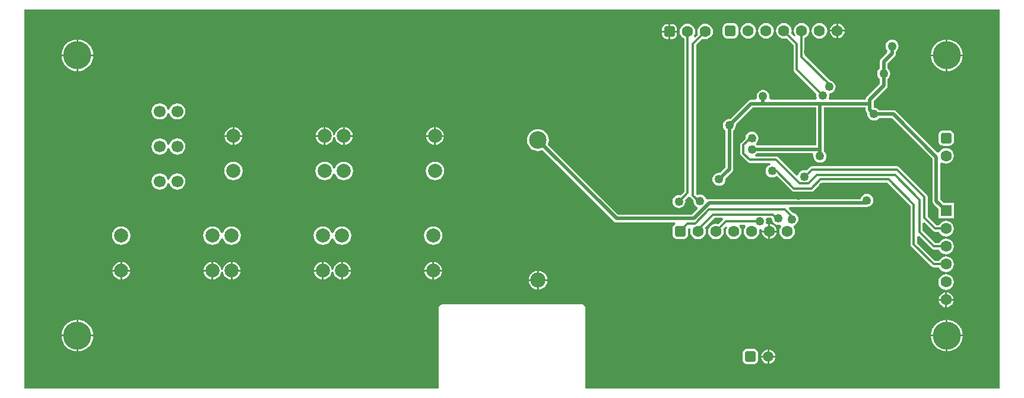
<source format=gbl>
G04 Layer_Physical_Order=2*
G04 Layer_Color=16711680*
%FSLAX42Y42*%
%MOMM*%
G71*
G01*
G75*
%ADD25C,0.50*%
%ADD26C,0.30*%
G04:AMPARAMS|DCode=29|XSize=1.6mm|YSize=1.6mm|CornerRadius=0.4mm|HoleSize=0mm|Usage=FLASHONLY|Rotation=0.000|XOffset=0mm|YOffset=0mm|HoleType=Round|Shape=RoundedRectangle|*
%AMROUNDEDRECTD29*
21,1,1.60,0.80,0,0,0.0*
21,1,0.80,1.60,0,0,0.0*
1,1,0.80,0.40,-0.40*
1,1,0.80,-0.40,-0.40*
1,1,0.80,-0.40,0.40*
1,1,0.80,0.40,0.40*
%
%ADD29ROUNDEDRECTD29*%
%ADD30C,1.50*%
%ADD31C,1.70*%
%ADD32C,2.00*%
%ADD33C,1.60*%
%ADD34C,2.50*%
%ADD35C,2.17*%
%ADD36R,1.60X1.60*%
G04:AMPARAMS|DCode=37|XSize=1.6mm|YSize=1.6mm|CornerRadius=0.4mm|HoleSize=0mm|Usage=FLASHONLY|Rotation=270.000|XOffset=0mm|YOffset=0mm|HoleType=Round|Shape=RoundedRectangle|*
%AMROUNDEDRECTD37*
21,1,1.60,0.80,0,0,270.0*
21,1,0.80,1.60,0,0,270.0*
1,1,0.80,-0.40,-0.40*
1,1,0.80,-0.40,0.40*
1,1,0.80,0.40,0.40*
1,1,0.80,0.40,-0.40*
%
%ADD37ROUNDEDRECTD37*%
%ADD38C,4.00*%
%ADD39C,1.25*%
G36*
X13956Y44D02*
X8044D01*
Y1200D01*
X8040Y1217D01*
X8031Y1231D01*
X8017Y1240D01*
X8000Y1244D01*
X6000D01*
X5983Y1240D01*
X5969Y1231D01*
X5960Y1217D01*
X5956Y1200D01*
Y44D01*
X44D01*
Y5456D01*
X13956D01*
Y44D01*
D02*
G37*
%LPC*%
G36*
X11651Y5255D02*
Y5163D01*
X11743D01*
X11741Y5178D01*
X11730Y5203D01*
X11713Y5225D01*
X11691Y5242D01*
X11666Y5253D01*
X11651Y5255D01*
D02*
G37*
G36*
X11625D02*
X11610Y5253D01*
X11585Y5242D01*
X11563Y5225D01*
X11546Y5203D01*
X11535Y5178D01*
X11533Y5163D01*
X11625D01*
Y5255D01*
D02*
G37*
G36*
X9286Y5246D02*
X9259D01*
Y5153D01*
X9352D01*
Y5180D01*
X9350Y5197D01*
X9343Y5213D01*
X9333Y5227D01*
X9319Y5237D01*
X9303Y5244D01*
X9286Y5246D01*
D02*
G37*
G36*
X9233D02*
X9206D01*
X9189Y5244D01*
X9173Y5237D01*
X9159Y5227D01*
X9149Y5213D01*
X9142Y5197D01*
X9140Y5180D01*
Y5153D01*
X9233D01*
Y5246D01*
D02*
G37*
G36*
X11130Y5261D02*
X11101Y5257D01*
X11075Y5246D01*
X11052Y5228D01*
X11034Y5205D01*
X11023Y5179D01*
X11019Y5150D01*
X11023Y5121D01*
X11034Y5095D01*
X11041Y5085D01*
X11022Y5069D01*
X10979Y5112D01*
X10983Y5121D01*
X10987Y5150D01*
X10983Y5179D01*
X10972Y5205D01*
X10954Y5228D01*
X10931Y5246D01*
X10905Y5257D01*
X10876Y5261D01*
X10847Y5257D01*
X10821Y5246D01*
X10798Y5228D01*
X10780Y5205D01*
X10769Y5179D01*
X10765Y5150D01*
X10769Y5121D01*
X10780Y5095D01*
X10798Y5072D01*
X10821Y5054D01*
X10847Y5043D01*
X10876Y5039D01*
X10905Y5043D01*
X10914Y5047D01*
X11014Y4947D01*
Y4600D01*
X11018Y4582D01*
X11028Y4568D01*
X11340Y4255D01*
X11340Y4254D01*
X11337Y4230D01*
X11340Y4206D01*
X11346Y4191D01*
X11334Y4166D01*
X10687D01*
X10670Y4191D01*
X10670Y4191D01*
X10673Y4215D01*
X10670Y4239D01*
X10661Y4262D01*
X10646Y4281D01*
X10627Y4296D01*
X10604Y4305D01*
X10580Y4308D01*
X10556Y4305D01*
X10533Y4296D01*
X10514Y4281D01*
X10499Y4262D01*
X10490Y4239D01*
X10487Y4215D01*
X10490Y4191D01*
X10490Y4191D01*
X10473Y4166D01*
X10410D01*
X10389Y4162D01*
X10370Y4150D01*
X10112Y3892D01*
X10100Y3893D01*
X10076Y3890D01*
X10053Y3881D01*
X10034Y3866D01*
X10019Y3847D01*
X10010Y3824D01*
X10007Y3800D01*
X10010Y3776D01*
X10019Y3753D01*
X10034Y3734D01*
X10044Y3726D01*
Y3203D01*
X9962Y3122D01*
X9950Y3123D01*
X9926Y3120D01*
X9903Y3111D01*
X9884Y3096D01*
X9869Y3077D01*
X9860Y3054D01*
X9857Y3030D01*
X9860Y3006D01*
X9869Y2983D01*
X9884Y2964D01*
X9903Y2949D01*
X9926Y2940D01*
X9950Y2937D01*
X9974Y2940D01*
X9997Y2949D01*
X10016Y2964D01*
X10031Y2983D01*
X10040Y3006D01*
X10043Y3030D01*
X10042Y3042D01*
X10140Y3140D01*
X10152Y3159D01*
X10156Y3180D01*
Y3726D01*
X10166Y3734D01*
X10181Y3753D01*
X10190Y3776D01*
X10193Y3800D01*
X10192Y3812D01*
X10433Y4054D01*
X11334D01*
Y3516D01*
X10494D01*
X10486Y3526D01*
X10486Y3526D01*
Y3541D01*
X10489Y3555D01*
X10501Y3571D01*
X10510Y3593D01*
X10513Y3617D01*
X10510Y3642D01*
X10501Y3664D01*
X10486Y3683D01*
X10467Y3698D01*
X10444Y3708D01*
X10420Y3711D01*
X10396Y3708D01*
X10373Y3698D01*
X10354Y3683D01*
X10339Y3664D01*
X10330Y3642D01*
X10327Y3617D01*
X10327Y3612D01*
X10268Y3552D01*
X10258Y3538D01*
X10254Y3520D01*
Y3400D01*
X10258Y3382D01*
X10268Y3368D01*
X10358Y3278D01*
X10372Y3268D01*
X10390Y3264D01*
X10681D01*
X10686Y3240D01*
X10663Y3231D01*
X10644Y3216D01*
X10629Y3197D01*
X10620Y3174D01*
X10617Y3150D01*
X10620Y3126D01*
X10629Y3103D01*
X10644Y3084D01*
X10663Y3069D01*
X10686Y3060D01*
X10710Y3057D01*
X10734Y3060D01*
X10757Y3069D01*
X10773Y3082D01*
X10988Y2868D01*
X11002Y2858D01*
X11020Y2854D01*
X11270D01*
X11288Y2858D01*
X11302Y2868D01*
X11419Y2984D01*
X12351D01*
X12684Y2651D01*
Y2100D01*
X12688Y2082D01*
X12698Y2068D01*
X12980Y1786D01*
X12994Y1776D01*
X13012Y1772D01*
X13090D01*
X13094Y1763D01*
X13112Y1740D01*
X13135Y1722D01*
X13161Y1711D01*
X13190Y1707D01*
X13219Y1711D01*
X13245Y1722D01*
X13268Y1740D01*
X13286Y1763D01*
X13297Y1789D01*
X13301Y1818D01*
X13297Y1847D01*
X13286Y1873D01*
X13268Y1896D01*
X13245Y1914D01*
X13219Y1925D01*
X13190Y1929D01*
X13161Y1925D01*
X13135Y1914D01*
X13112Y1896D01*
X13094Y1873D01*
X13090Y1864D01*
X13031D01*
X12776Y2119D01*
Y2214D01*
X12801Y2224D01*
X12986Y2040D01*
X13000Y2030D01*
X13018Y2026D01*
X13090D01*
X13094Y2017D01*
X13112Y1994D01*
X13135Y1976D01*
X13161Y1965D01*
X13190Y1961D01*
X13219Y1965D01*
X13245Y1976D01*
X13268Y1994D01*
X13286Y2017D01*
X13297Y2043D01*
X13301Y2072D01*
X13297Y2101D01*
X13286Y2127D01*
X13268Y2150D01*
X13245Y2168D01*
X13219Y2179D01*
X13190Y2183D01*
X13161Y2179D01*
X13135Y2168D01*
X13112Y2150D01*
X13094Y2127D01*
X13090Y2118D01*
X13037D01*
X12856Y2299D01*
Y2407D01*
X12879Y2416D01*
X13002Y2294D01*
X13016Y2284D01*
X13034Y2280D01*
X13090D01*
X13094Y2271D01*
X13112Y2248D01*
X13135Y2230D01*
X13161Y2219D01*
X13190Y2215D01*
X13219Y2219D01*
X13245Y2230D01*
X13268Y2248D01*
X13286Y2271D01*
X13297Y2297D01*
X13301Y2326D01*
X13297Y2355D01*
X13286Y2381D01*
X13268Y2404D01*
X13245Y2422D01*
X13219Y2433D01*
X13190Y2437D01*
X13161Y2433D01*
X13135Y2422D01*
X13112Y2404D01*
X13094Y2381D01*
X13090Y2372D01*
X13053D01*
X12926Y2499D01*
Y2780D01*
X12922Y2798D01*
X12912Y2812D01*
X12522Y3202D01*
X12508Y3212D01*
X12490Y3216D01*
X11280D01*
X11262Y3212D01*
X11248Y3202D01*
X11202Y3157D01*
X11194Y3160D01*
X11170Y3163D01*
X11146Y3160D01*
X11123Y3151D01*
X11104Y3136D01*
X11089Y3117D01*
X11080Y3094D01*
X11079Y3091D01*
X11053Y3082D01*
X10792Y3342D01*
X10778Y3352D01*
X10760Y3356D01*
X10476D01*
X10469Y3374D01*
X10469Y3381D01*
X10486Y3394D01*
X10494Y3404D01*
X11285D01*
X11299Y3379D01*
X11297Y3360D01*
X11300Y3336D01*
X11309Y3313D01*
X11324Y3294D01*
X11343Y3279D01*
X11366Y3270D01*
X11390Y3267D01*
X11414Y3270D01*
X11437Y3279D01*
X11456Y3294D01*
X11471Y3313D01*
X11480Y3336D01*
X11483Y3360D01*
X11480Y3384D01*
X11471Y3407D01*
X11456Y3426D01*
X11446Y3434D01*
Y3460D01*
Y4054D01*
X12044D01*
Y4020D01*
X12048Y3999D01*
X12060Y3980D01*
X12068Y3972D01*
X12067Y3960D01*
X12070Y3936D01*
X12079Y3913D01*
X12094Y3894D01*
X12113Y3879D01*
X12136Y3870D01*
X12160Y3867D01*
X12184Y3870D01*
X12207Y3879D01*
X12226Y3894D01*
X12234Y3904D01*
X12417D01*
X12994Y3327D01*
Y2720D01*
X12998Y2699D01*
X13010Y2680D01*
X13080Y2611D01*
Y2470D01*
X13300D01*
Y2690D01*
X13159D01*
X13106Y2743D01*
Y3260D01*
X13131Y3273D01*
X13135Y3270D01*
X13161Y3259D01*
X13190Y3255D01*
X13219Y3259D01*
X13245Y3270D01*
X13268Y3288D01*
X13286Y3311D01*
X13297Y3337D01*
X13301Y3366D01*
X13297Y3395D01*
X13286Y3421D01*
X13268Y3444D01*
X13245Y3462D01*
X13219Y3473D01*
X13190Y3477D01*
X13161Y3473D01*
X13135Y3462D01*
X13112Y3444D01*
X13094Y3421D01*
X13092Y3417D01*
X13067Y3412D01*
X12480Y4000D01*
X12461Y4012D01*
X12440Y4016D01*
X12234D01*
X12226Y4026D01*
X12207Y4041D01*
X12184Y4050D01*
X12160Y4053D01*
X12156Y4057D01*
Y4147D01*
X12340Y4330D01*
X12352Y4349D01*
X12356Y4370D01*
Y4466D01*
X12366Y4474D01*
X12381Y4493D01*
X12390Y4516D01*
X12393Y4540D01*
X12390Y4564D01*
X12381Y4587D01*
X12366Y4606D01*
X12356Y4614D01*
Y4687D01*
X12460Y4790D01*
X12472Y4809D01*
X12476Y4830D01*
Y4856D01*
X12486Y4864D01*
X12501Y4883D01*
X12510Y4906D01*
X12513Y4930D01*
X12510Y4954D01*
X12501Y4977D01*
X12486Y4996D01*
X12467Y5011D01*
X12444Y5020D01*
X12420Y5023D01*
X12396Y5020D01*
X12373Y5011D01*
X12354Y4996D01*
X12339Y4977D01*
X12330Y4954D01*
X12327Y4930D01*
X12330Y4906D01*
X12339Y4883D01*
X12354Y4864D01*
X12348Y4837D01*
X12260Y4750D01*
X12248Y4731D01*
X12244Y4710D01*
Y4614D01*
X12234Y4606D01*
X12219Y4587D01*
X12210Y4564D01*
X12207Y4540D01*
X12210Y4516D01*
X12219Y4493D01*
X12234Y4474D01*
X12244Y4466D01*
Y4393D01*
X12060Y4210D01*
X12048Y4191D01*
X12044Y4170D01*
Y4166D01*
X11526D01*
X11514Y4191D01*
X11520Y4206D01*
X11523Y4230D01*
X11523Y4234D01*
X11520Y4254D01*
X11543Y4260D01*
X11544Y4260D01*
X11567Y4269D01*
X11586Y4284D01*
X11601Y4303D01*
X11610Y4326D01*
X11613Y4350D01*
X11610Y4374D01*
X11601Y4397D01*
X11586Y4416D01*
X11567Y4431D01*
X11544Y4440D01*
X11533Y4442D01*
X11176Y4799D01*
Y4802D01*
X11172Y4820D01*
X11168Y4826D01*
Y5047D01*
X11185Y5054D01*
X11208Y5072D01*
X11226Y5095D01*
X11237Y5121D01*
X11241Y5150D01*
X11237Y5179D01*
X11226Y5205D01*
X11208Y5228D01*
X11185Y5246D01*
X11159Y5257D01*
X11130Y5261D01*
D02*
G37*
G36*
X9754Y5251D02*
X9725Y5247D01*
X9699Y5236D01*
X9676Y5218D01*
X9658Y5195D01*
X9647Y5169D01*
X9643Y5140D01*
X9647Y5111D01*
X9651Y5102D01*
X9608Y5059D01*
X9589Y5075D01*
X9596Y5085D01*
X9607Y5111D01*
X9611Y5140D01*
X9607Y5169D01*
X9596Y5195D01*
X9578Y5218D01*
X9555Y5236D01*
X9529Y5247D01*
X9500Y5251D01*
X9471Y5247D01*
X9445Y5236D01*
X9422Y5218D01*
X9404Y5195D01*
X9393Y5169D01*
X9389Y5140D01*
X9393Y5111D01*
X9404Y5085D01*
X9422Y5062D01*
X9445Y5044D01*
X9454Y5040D01*
Y2854D01*
X9405Y2805D01*
X9404Y2805D01*
X9380Y2808D01*
X9356Y2805D01*
X9333Y2796D01*
X9314Y2781D01*
X9299Y2762D01*
X9290Y2739D01*
X9287Y2715D01*
X9290Y2691D01*
X9299Y2668D01*
X9314Y2649D01*
X9333Y2634D01*
X9356Y2625D01*
X9380Y2622D01*
X9404Y2625D01*
X9427Y2634D01*
X9446Y2649D01*
X9461Y2668D01*
X9470Y2691D01*
X9473Y2715D01*
X9470Y2739D01*
X9470Y2740D01*
X9512Y2782D01*
X9520Y2782D01*
X9542Y2776D01*
X9548Y2768D01*
X9588Y2727D01*
X9587Y2720D01*
X9590Y2696D01*
X9599Y2673D01*
X9614Y2654D01*
X9633Y2639D01*
X9641Y2636D01*
X9647Y2607D01*
X9567Y2526D01*
X8513D01*
X7512Y3527D01*
X7514Y3530D01*
X7523Y3560D01*
X7526Y3590D01*
X7523Y3620D01*
X7514Y3650D01*
X7500Y3677D01*
X7480Y3700D01*
X7457Y3720D01*
X7430Y3734D01*
X7400Y3743D01*
X7370Y3746D01*
X7340Y3743D01*
X7310Y3734D01*
X7283Y3720D01*
X7260Y3700D01*
X7240Y3677D01*
X7226Y3650D01*
X7217Y3620D01*
X7214Y3590D01*
X7217Y3560D01*
X7226Y3530D01*
X7240Y3503D01*
X7260Y3480D01*
X7283Y3460D01*
X7310Y3446D01*
X7340Y3437D01*
X7370Y3434D01*
X7400Y3437D01*
X7430Y3446D01*
X7433Y3448D01*
X8450Y2430D01*
X8469Y2418D01*
X8490Y2414D01*
X9322D01*
X9327Y2389D01*
X9323Y2387D01*
X9308Y2376D01*
X9297Y2361D01*
X9290Y2344D01*
X9287Y2326D01*
Y2246D01*
X9290Y2228D01*
X9297Y2211D01*
X9308Y2196D01*
X9323Y2185D01*
X9340Y2178D01*
X9358Y2175D01*
X9438D01*
X9456Y2178D01*
X9473Y2185D01*
X9488Y2196D01*
X9499Y2211D01*
X9506Y2228D01*
X9509Y2246D01*
Y2318D01*
X9524Y2335D01*
X9530Y2339D01*
X9545Y2315D01*
X9541Y2286D01*
X9545Y2257D01*
X9556Y2231D01*
X9574Y2208D01*
X9597Y2190D01*
X9623Y2179D01*
X9652Y2175D01*
X9681Y2179D01*
X9707Y2190D01*
X9730Y2208D01*
X9748Y2231D01*
X9759Y2257D01*
X9763Y2286D01*
X9759Y2315D01*
X9748Y2341D01*
X9747Y2342D01*
X9887Y2482D01*
X10003D01*
X10004Y2480D01*
X10012Y2457D01*
X9944Y2389D01*
X9935Y2393D01*
X9906Y2397D01*
X9877Y2393D01*
X9851Y2382D01*
X9828Y2364D01*
X9810Y2341D01*
X9799Y2315D01*
X9795Y2286D01*
X9799Y2257D01*
X9810Y2231D01*
X9828Y2208D01*
X9851Y2190D01*
X9877Y2179D01*
X9906Y2175D01*
X9935Y2179D01*
X9961Y2190D01*
X9984Y2208D01*
X10002Y2231D01*
X10013Y2257D01*
X10017Y2286D01*
X10013Y2315D01*
X10009Y2324D01*
X10052Y2367D01*
X10071Y2351D01*
X10064Y2341D01*
X10053Y2315D01*
X10049Y2286D01*
X10053Y2257D01*
X10064Y2231D01*
X10082Y2208D01*
X10105Y2190D01*
X10131Y2179D01*
X10160Y2175D01*
X10189Y2179D01*
X10215Y2190D01*
X10238Y2208D01*
X10256Y2231D01*
X10267Y2257D01*
X10271Y2286D01*
X10267Y2315D01*
X10256Y2341D01*
X10243Y2359D01*
X10248Y2377D01*
X10254Y2384D01*
X10320D01*
X10326Y2377D01*
X10331Y2359D01*
X10318Y2341D01*
X10307Y2315D01*
X10303Y2286D01*
X10307Y2257D01*
X10318Y2231D01*
X10336Y2208D01*
X10359Y2190D01*
X10385Y2179D01*
X10414Y2175D01*
X10443Y2179D01*
X10469Y2190D01*
X10492Y2208D01*
X10510Y2231D01*
X10521Y2257D01*
X10525Y2286D01*
X10523Y2304D01*
X10540Y2327D01*
X10544Y2328D01*
X10550Y2324D01*
X10564Y2305D01*
X10563Y2299D01*
X10655D01*
Y2391D01*
X10640Y2389D01*
X10640Y2388D01*
X10624Y2402D01*
X10620Y2407D01*
X10623Y2430D01*
X10620Y2454D01*
X10619Y2457D01*
X10636Y2482D01*
X10683D01*
X10707Y2470D01*
X10710Y2446D01*
X10719Y2423D01*
X10734Y2404D01*
X10753Y2389D01*
X10776Y2380D01*
X10800Y2377D01*
X10824Y2380D01*
X10824Y2380D01*
X10840Y2359D01*
X10826Y2341D01*
X10815Y2315D01*
X10811Y2286D01*
X10815Y2257D01*
X10826Y2231D01*
X10844Y2208D01*
X10867Y2190D01*
X10893Y2179D01*
X10922Y2175D01*
X10951Y2179D01*
X10977Y2190D01*
X11000Y2208D01*
X11018Y2231D01*
X11029Y2257D01*
X11033Y2286D01*
X11029Y2315D01*
X11018Y2341D01*
X11015Y2345D01*
X11015Y2350D01*
X11025Y2374D01*
X11037Y2379D01*
X11056Y2394D01*
X11071Y2413D01*
X11080Y2436D01*
X11083Y2460D01*
X11080Y2484D01*
X11071Y2507D01*
X11056Y2526D01*
X11037Y2541D01*
X11014Y2550D01*
X11003Y2552D01*
X10946Y2609D01*
X10956Y2634D01*
X12030D01*
X12050Y2638D01*
X12060Y2637D01*
X12084Y2640D01*
X12107Y2649D01*
X12126Y2664D01*
X12141Y2683D01*
X12150Y2706D01*
X12153Y2730D01*
X12150Y2754D01*
X12141Y2777D01*
X12126Y2796D01*
X12107Y2811D01*
X12084Y2820D01*
X12060Y2823D01*
X12036Y2820D01*
X12013Y2811D01*
X11994Y2796D01*
X11979Y2777D01*
X11970Y2754D01*
X11969Y2746D01*
X9810D01*
X9795Y2743D01*
X9786Y2744D01*
X9765Y2756D01*
X9761Y2767D01*
X9746Y2786D01*
X9727Y2801D01*
X9704Y2810D01*
X9680Y2813D01*
X9656Y2810D01*
X9645Y2806D01*
X9626Y2822D01*
Y4947D01*
X9716Y5037D01*
X9725Y5033D01*
X9754Y5029D01*
X9783Y5033D01*
X9809Y5044D01*
X9832Y5062D01*
X9850Y5085D01*
X9861Y5111D01*
X9865Y5140D01*
X9861Y5169D01*
X9850Y5195D01*
X9832Y5218D01*
X9809Y5236D01*
X9783Y5247D01*
X9754Y5251D01*
D02*
G37*
G36*
X11743Y5137D02*
X11651D01*
Y5045D01*
X11666Y5047D01*
X11691Y5058D01*
X11713Y5075D01*
X11730Y5097D01*
X11741Y5122D01*
X11743Y5137D01*
D02*
G37*
G36*
X11625D02*
X11533D01*
X11535Y5122D01*
X11546Y5097D01*
X11563Y5075D01*
X11585Y5058D01*
X11610Y5047D01*
X11625Y5045D01*
Y5137D01*
D02*
G37*
G36*
X10154Y5261D02*
X10074D01*
X10056Y5258D01*
X10039Y5251D01*
X10024Y5240D01*
X10013Y5225D01*
X10006Y5208D01*
X10003Y5190D01*
Y5110D01*
X10006Y5092D01*
X10013Y5075D01*
X10024Y5060D01*
X10039Y5049D01*
X10056Y5042D01*
X10074Y5039D01*
X10154D01*
X10172Y5042D01*
X10189Y5049D01*
X10204Y5060D01*
X10215Y5075D01*
X10222Y5092D01*
X10225Y5110D01*
Y5190D01*
X10222Y5208D01*
X10215Y5225D01*
X10204Y5240D01*
X10189Y5251D01*
X10172Y5258D01*
X10154Y5261D01*
D02*
G37*
G36*
X11384Y5261D02*
X11355Y5257D01*
X11329Y5246D01*
X11306Y5228D01*
X11288Y5205D01*
X11277Y5179D01*
X11273Y5150D01*
X11277Y5121D01*
X11288Y5095D01*
X11306Y5072D01*
X11329Y5054D01*
X11355Y5043D01*
X11384Y5039D01*
X11413Y5043D01*
X11439Y5054D01*
X11462Y5072D01*
X11480Y5095D01*
X11491Y5121D01*
X11495Y5150D01*
X11491Y5179D01*
X11480Y5205D01*
X11462Y5228D01*
X11439Y5246D01*
X11413Y5257D01*
X11384Y5261D01*
D02*
G37*
G36*
X10622D02*
X10593Y5257D01*
X10567Y5246D01*
X10544Y5228D01*
X10526Y5205D01*
X10515Y5179D01*
X10511Y5150D01*
X10515Y5121D01*
X10526Y5095D01*
X10544Y5072D01*
X10567Y5054D01*
X10593Y5043D01*
X10622Y5039D01*
X10651Y5043D01*
X10677Y5054D01*
X10700Y5072D01*
X10718Y5095D01*
X10729Y5121D01*
X10733Y5150D01*
X10729Y5179D01*
X10718Y5205D01*
X10700Y5228D01*
X10677Y5246D01*
X10651Y5257D01*
X10622Y5261D01*
D02*
G37*
G36*
X10368D02*
X10339Y5257D01*
X10313Y5246D01*
X10290Y5228D01*
X10272Y5205D01*
X10261Y5179D01*
X10257Y5150D01*
X10261Y5121D01*
X10272Y5095D01*
X10290Y5072D01*
X10313Y5054D01*
X10339Y5043D01*
X10368Y5039D01*
X10397Y5043D01*
X10423Y5054D01*
X10446Y5072D01*
X10464Y5095D01*
X10475Y5121D01*
X10479Y5150D01*
X10475Y5179D01*
X10464Y5205D01*
X10446Y5228D01*
X10423Y5246D01*
X10397Y5257D01*
X10368Y5261D01*
D02*
G37*
G36*
X9352Y5127D02*
X9259D01*
Y5034D01*
X9286D01*
X9303Y5036D01*
X9319Y5043D01*
X9333Y5053D01*
X9343Y5067D01*
X9350Y5083D01*
X9352Y5100D01*
Y5127D01*
D02*
G37*
G36*
X9233D02*
X9140D01*
Y5100D01*
X9142Y5083D01*
X9149Y5067D01*
X9159Y5053D01*
X9173Y5043D01*
X9189Y5036D01*
X9206Y5034D01*
X9233D01*
Y5127D01*
D02*
G37*
G36*
X13213Y5025D02*
Y4813D01*
X13425D01*
X13422Y4844D01*
X13409Y4887D01*
X13388Y4926D01*
X13360Y4960D01*
X13326Y4988D01*
X13287Y5009D01*
X13244Y5022D01*
X13213Y5025D01*
D02*
G37*
G36*
X13187D02*
X13156Y5022D01*
X13113Y5009D01*
X13074Y4988D01*
X13040Y4960D01*
X13012Y4926D01*
X12991Y4887D01*
X12978Y4844D01*
X12975Y4813D01*
X13187D01*
Y5025D01*
D02*
G37*
G36*
X813D02*
Y4813D01*
X1025D01*
X1022Y4844D01*
X1009Y4887D01*
X988Y4926D01*
X960Y4960D01*
X926Y4988D01*
X887Y5009D01*
X844Y5022D01*
X813Y5025D01*
D02*
G37*
G36*
X787D02*
X756Y5022D01*
X713Y5009D01*
X674Y4988D01*
X640Y4960D01*
X612Y4926D01*
X591Y4887D01*
X578Y4844D01*
X575Y4813D01*
X787D01*
Y5025D01*
D02*
G37*
G36*
X13425Y4787D02*
X13213D01*
Y4575D01*
X13244Y4578D01*
X13287Y4591D01*
X13326Y4612D01*
X13360Y4640D01*
X13388Y4674D01*
X13409Y4713D01*
X13422Y4756D01*
X13425Y4787D01*
D02*
G37*
G36*
X13187D02*
X12975D01*
X12978Y4756D01*
X12991Y4713D01*
X13012Y4674D01*
X13040Y4640D01*
X13074Y4612D01*
X13113Y4591D01*
X13156Y4578D01*
X13187Y4575D01*
Y4787D01*
D02*
G37*
G36*
X1025D02*
X813D01*
Y4575D01*
X844Y4578D01*
X887Y4591D01*
X926Y4612D01*
X960Y4640D01*
X988Y4674D01*
X1009Y4713D01*
X1022Y4756D01*
X1025Y4787D01*
D02*
G37*
G36*
X787D02*
X575D01*
X578Y4756D01*
X591Y4713D01*
X612Y4674D01*
X640Y4640D01*
X674Y4612D01*
X713Y4591D01*
X756Y4578D01*
X787Y4575D01*
Y4787D01*
D02*
G37*
G36*
X2225Y4116D02*
X2195Y4112D01*
X2167Y4100D01*
X2143Y4082D01*
X2125Y4058D01*
X2113Y4030D01*
X2113Y4027D01*
X2087D01*
X2087Y4030D01*
X2075Y4058D01*
X2057Y4082D01*
X2033Y4100D01*
X2005Y4112D01*
X1975Y4116D01*
X1945Y4112D01*
X1917Y4100D01*
X1893Y4082D01*
X1875Y4058D01*
X1863Y4030D01*
X1859Y4000D01*
X1863Y3970D01*
X1875Y3942D01*
X1893Y3918D01*
X1917Y3900D01*
X1945Y3888D01*
X1975Y3884D01*
X2005Y3888D01*
X2033Y3900D01*
X2057Y3918D01*
X2075Y3942D01*
X2087Y3970D01*
X2087Y3973D01*
X2113D01*
X2113Y3970D01*
X2125Y3942D01*
X2143Y3918D01*
X2167Y3900D01*
X2195Y3888D01*
X2225Y3884D01*
X2255Y3888D01*
X2283Y3900D01*
X2307Y3918D01*
X2325Y3942D01*
X2337Y3970D01*
X2341Y4000D01*
X2337Y4030D01*
X2325Y4058D01*
X2307Y4082D01*
X2283Y4100D01*
X2255Y4112D01*
X2225Y4116D01*
D02*
G37*
G36*
X5913Y3775D02*
Y3663D01*
X6025D01*
X6022Y3683D01*
X6010Y3713D01*
X5989Y3739D01*
X5963Y3760D01*
X5933Y3772D01*
X5913Y3775D01*
D02*
G37*
G36*
X5887D02*
X5867Y3772D01*
X5837Y3760D01*
X5811Y3739D01*
X5790Y3713D01*
X5778Y3683D01*
X5775Y3663D01*
X5887D01*
Y3775D01*
D02*
G37*
G36*
X4613D02*
Y3663D01*
X4725D01*
X4722Y3683D01*
X4710Y3713D01*
X4689Y3739D01*
X4663Y3760D01*
X4633Y3772D01*
X4613Y3775D01*
D02*
G37*
G36*
X4312D02*
X4292Y3772D01*
X4262Y3760D01*
X4236Y3739D01*
X4215Y3713D01*
X4203Y3683D01*
X4200Y3663D01*
X4312D01*
Y3775D01*
D02*
G37*
G36*
X3038D02*
Y3663D01*
X3150D01*
X3147Y3683D01*
X3135Y3713D01*
X3114Y3739D01*
X3088Y3760D01*
X3058Y3772D01*
X3038Y3775D01*
D02*
G37*
G36*
X3012D02*
X2992Y3772D01*
X2962Y3760D01*
X2936Y3739D01*
X2915Y3713D01*
X2903Y3683D01*
X2900Y3663D01*
X3012D01*
Y3775D01*
D02*
G37*
G36*
X4587D02*
X4567Y3772D01*
X4537Y3760D01*
X4511Y3739D01*
X4490Y3713D01*
X4478Y3683D01*
X4475Y3663D01*
X4475Y3662D01*
X4450D01*
X4450Y3663D01*
X4447Y3683D01*
X4435Y3713D01*
X4414Y3739D01*
X4388Y3760D01*
X4358Y3772D01*
X4338Y3775D01*
Y3650D01*
Y3525D01*
X4358Y3528D01*
X4388Y3540D01*
X4414Y3561D01*
X4435Y3587D01*
X4447Y3617D01*
X4450Y3637D01*
X4450Y3638D01*
X4475D01*
X4475Y3637D01*
X4478Y3617D01*
X4490Y3587D01*
X4511Y3561D01*
X4537Y3540D01*
X4567Y3528D01*
X4587Y3525D01*
Y3650D01*
Y3775D01*
D02*
G37*
G36*
X2225Y3616D02*
X2195Y3612D01*
X2167Y3600D01*
X2143Y3582D01*
X2125Y3558D01*
X2113Y3530D01*
X2113Y3527D01*
X2087D01*
X2087Y3530D01*
X2075Y3558D01*
X2057Y3582D01*
X2033Y3600D01*
X2005Y3612D01*
X1975Y3616D01*
X1945Y3612D01*
X1917Y3600D01*
X1893Y3582D01*
X1875Y3558D01*
X1863Y3530D01*
X1859Y3500D01*
X1863Y3470D01*
X1875Y3442D01*
X1893Y3418D01*
X1917Y3400D01*
X1945Y3388D01*
X1975Y3384D01*
X2005Y3388D01*
X2033Y3400D01*
X2057Y3418D01*
X2075Y3442D01*
X2087Y3470D01*
X2087Y3473D01*
X2113D01*
X2113Y3470D01*
X2125Y3442D01*
X2143Y3418D01*
X2167Y3400D01*
X2195Y3388D01*
X2225Y3384D01*
X2255Y3388D01*
X2283Y3400D01*
X2307Y3418D01*
X2325Y3442D01*
X2337Y3470D01*
X2341Y3500D01*
X2337Y3530D01*
X2325Y3558D01*
X2307Y3582D01*
X2283Y3600D01*
X2255Y3612D01*
X2225Y3616D01*
D02*
G37*
G36*
X3150Y3637D02*
X3038D01*
Y3525D01*
X3058Y3528D01*
X3088Y3540D01*
X3114Y3561D01*
X3135Y3587D01*
X3147Y3617D01*
X3150Y3637D01*
D02*
G37*
G36*
X3012D02*
X2900D01*
X2903Y3617D01*
X2915Y3587D01*
X2936Y3561D01*
X2962Y3540D01*
X2992Y3528D01*
X3012Y3525D01*
Y3637D01*
D02*
G37*
G36*
X6025D02*
X5913D01*
Y3525D01*
X5933Y3528D01*
X5963Y3540D01*
X5989Y3561D01*
X6010Y3587D01*
X6022Y3617D01*
X6025Y3637D01*
D02*
G37*
G36*
X5887D02*
X5775D01*
X5778Y3617D01*
X5790Y3587D01*
X5811Y3561D01*
X5837Y3540D01*
X5867Y3528D01*
X5887Y3525D01*
Y3637D01*
D02*
G37*
G36*
X4725D02*
X4613D01*
Y3525D01*
X4633Y3528D01*
X4663Y3540D01*
X4689Y3561D01*
X4710Y3587D01*
X4722Y3617D01*
X4725Y3637D01*
D02*
G37*
G36*
X4312D02*
X4200D01*
X4203Y3617D01*
X4215Y3587D01*
X4236Y3561D01*
X4262Y3540D01*
X4292Y3528D01*
X4312Y3525D01*
Y3637D01*
D02*
G37*
G36*
X13230Y3731D02*
X13150D01*
X13132Y3728D01*
X13115Y3721D01*
X13100Y3710D01*
X13089Y3695D01*
X13082Y3678D01*
X13079Y3660D01*
Y3580D01*
X13082Y3562D01*
X13089Y3545D01*
X13100Y3530D01*
X13115Y3519D01*
X13132Y3512D01*
X13150Y3509D01*
X13230D01*
X13248Y3512D01*
X13265Y3519D01*
X13280Y3530D01*
X13291Y3545D01*
X13298Y3562D01*
X13301Y3580D01*
Y3660D01*
X13298Y3678D01*
X13291Y3695D01*
X13280Y3710D01*
X13265Y3721D01*
X13248Y3728D01*
X13230Y3731D01*
D02*
G37*
G36*
X4600Y3281D02*
X4566Y3277D01*
X4534Y3264D01*
X4507Y3243D01*
X4486Y3216D01*
X4475Y3189D01*
X4468Y3187D01*
X4457D01*
X4450Y3189D01*
X4439Y3216D01*
X4418Y3243D01*
X4391Y3264D01*
X4359Y3277D01*
X4325Y3281D01*
X4291Y3277D01*
X4259Y3264D01*
X4232Y3243D01*
X4211Y3216D01*
X4198Y3184D01*
X4194Y3150D01*
X4198Y3116D01*
X4211Y3084D01*
X4232Y3057D01*
X4259Y3036D01*
X4291Y3023D01*
X4325Y3019D01*
X4359Y3023D01*
X4391Y3036D01*
X4418Y3057D01*
X4439Y3084D01*
X4450Y3111D01*
X4457Y3113D01*
X4468D01*
X4475Y3111D01*
X4486Y3084D01*
X4507Y3057D01*
X4534Y3036D01*
X4566Y3023D01*
X4600Y3019D01*
X4634Y3023D01*
X4666Y3036D01*
X4693Y3057D01*
X4714Y3084D01*
X4727Y3116D01*
X4731Y3150D01*
X4727Y3184D01*
X4714Y3216D01*
X4693Y3243D01*
X4666Y3264D01*
X4634Y3277D01*
X4600Y3281D01*
D02*
G37*
G36*
X2225Y3116D02*
X2195Y3112D01*
X2167Y3100D01*
X2143Y3082D01*
X2125Y3058D01*
X2113Y3030D01*
X2113Y3027D01*
X2087D01*
X2087Y3030D01*
X2075Y3058D01*
X2057Y3082D01*
X2033Y3100D01*
X2005Y3112D01*
X1975Y3116D01*
X1945Y3112D01*
X1917Y3100D01*
X1893Y3082D01*
X1875Y3058D01*
X1863Y3030D01*
X1859Y3000D01*
X1863Y2970D01*
X1875Y2942D01*
X1893Y2918D01*
X1917Y2900D01*
X1945Y2888D01*
X1975Y2884D01*
X2005Y2888D01*
X2033Y2900D01*
X2057Y2918D01*
X2075Y2942D01*
X2087Y2970D01*
X2087Y2973D01*
X2113D01*
X2113Y2970D01*
X2125Y2942D01*
X2143Y2918D01*
X2167Y2900D01*
X2195Y2888D01*
X2225Y2884D01*
X2255Y2888D01*
X2283Y2900D01*
X2307Y2918D01*
X2325Y2942D01*
X2337Y2970D01*
X2341Y3000D01*
X2337Y3030D01*
X2325Y3058D01*
X2307Y3082D01*
X2283Y3100D01*
X2255Y3112D01*
X2225Y3116D01*
D02*
G37*
G36*
X5900Y3281D02*
X5866Y3277D01*
X5834Y3264D01*
X5807Y3243D01*
X5786Y3216D01*
X5773Y3184D01*
X5769Y3150D01*
X5773Y3116D01*
X5786Y3084D01*
X5807Y3057D01*
X5834Y3036D01*
X5866Y3023D01*
X5900Y3019D01*
X5934Y3023D01*
X5966Y3036D01*
X5993Y3057D01*
X6014Y3084D01*
X6027Y3116D01*
X6031Y3150D01*
X6027Y3184D01*
X6014Y3216D01*
X5993Y3243D01*
X5966Y3264D01*
X5934Y3277D01*
X5900Y3281D01*
D02*
G37*
G36*
X3025D02*
X2991Y3277D01*
X2959Y3264D01*
X2932Y3243D01*
X2911Y3216D01*
X2898Y3184D01*
X2894Y3150D01*
X2898Y3116D01*
X2911Y3084D01*
X2932Y3057D01*
X2959Y3036D01*
X2991Y3023D01*
X3025Y3019D01*
X3059Y3023D01*
X3091Y3036D01*
X3118Y3057D01*
X3139Y3084D01*
X3152Y3116D01*
X3156Y3150D01*
X3152Y3184D01*
X3139Y3216D01*
X3118Y3243D01*
X3091Y3264D01*
X3059Y3277D01*
X3025Y3281D01*
D02*
G37*
G36*
X10681Y2391D02*
Y2299D01*
X10773D01*
X10771Y2314D01*
X10760Y2339D01*
X10743Y2361D01*
X10721Y2378D01*
X10696Y2389D01*
X10681Y2391D01*
D02*
G37*
G36*
X4575Y2356D02*
X4541Y2352D01*
X4509Y2339D01*
X4482Y2318D01*
X4461Y2291D01*
X4450Y2264D01*
X4443Y2262D01*
X4432D01*
X4425Y2264D01*
X4414Y2291D01*
X4393Y2318D01*
X4366Y2339D01*
X4334Y2352D01*
X4300Y2356D01*
X4266Y2352D01*
X4234Y2339D01*
X4207Y2318D01*
X4186Y2291D01*
X4173Y2259D01*
X4169Y2225D01*
X4173Y2191D01*
X4186Y2159D01*
X4207Y2132D01*
X4234Y2111D01*
X4266Y2098D01*
X4300Y2094D01*
X4334Y2098D01*
X4366Y2111D01*
X4393Y2132D01*
X4414Y2159D01*
X4425Y2186D01*
X4432Y2188D01*
X4443D01*
X4450Y2186D01*
X4461Y2159D01*
X4482Y2132D01*
X4509Y2111D01*
X4541Y2098D01*
X4575Y2094D01*
X4609Y2098D01*
X4641Y2111D01*
X4668Y2132D01*
X4689Y2159D01*
X4702Y2191D01*
X4706Y2225D01*
X4702Y2259D01*
X4689Y2291D01*
X4668Y2318D01*
X4641Y2339D01*
X4609Y2352D01*
X4575Y2356D01*
D02*
G37*
G36*
X3000D02*
X2966Y2352D01*
X2934Y2339D01*
X2907Y2318D01*
X2886Y2291D01*
X2875Y2264D01*
X2868Y2262D01*
X2857D01*
X2850Y2264D01*
X2839Y2291D01*
X2818Y2318D01*
X2791Y2339D01*
X2759Y2352D01*
X2725Y2356D01*
X2691Y2352D01*
X2659Y2339D01*
X2632Y2318D01*
X2611Y2291D01*
X2598Y2259D01*
X2594Y2225D01*
X2598Y2191D01*
X2611Y2159D01*
X2632Y2132D01*
X2659Y2111D01*
X2691Y2098D01*
X2725Y2094D01*
X2759Y2098D01*
X2791Y2111D01*
X2818Y2132D01*
X2839Y2159D01*
X2850Y2186D01*
X2857Y2188D01*
X2868D01*
X2875Y2186D01*
X2886Y2159D01*
X2907Y2132D01*
X2934Y2111D01*
X2966Y2098D01*
X3000Y2094D01*
X3034Y2098D01*
X3066Y2111D01*
X3093Y2132D01*
X3114Y2159D01*
X3127Y2191D01*
X3131Y2225D01*
X3127Y2259D01*
X3114Y2291D01*
X3093Y2318D01*
X3066Y2339D01*
X3034Y2352D01*
X3000Y2356D01*
D02*
G37*
G36*
X10773Y2273D02*
X10681D01*
Y2181D01*
X10696Y2183D01*
X10721Y2194D01*
X10743Y2211D01*
X10760Y2233D01*
X10771Y2258D01*
X10773Y2273D01*
D02*
G37*
G36*
X10655D02*
X10563D01*
X10565Y2258D01*
X10576Y2233D01*
X10593Y2211D01*
X10615Y2194D01*
X10640Y2183D01*
X10655Y2181D01*
Y2273D01*
D02*
G37*
G36*
X5875Y2356D02*
X5841Y2352D01*
X5809Y2339D01*
X5782Y2318D01*
X5761Y2291D01*
X5748Y2259D01*
X5744Y2225D01*
X5748Y2191D01*
X5761Y2159D01*
X5782Y2132D01*
X5809Y2111D01*
X5841Y2098D01*
X5875Y2094D01*
X5909Y2098D01*
X5941Y2111D01*
X5968Y2132D01*
X5989Y2159D01*
X6002Y2191D01*
X6006Y2225D01*
X6002Y2259D01*
X5989Y2291D01*
X5968Y2318D01*
X5941Y2339D01*
X5909Y2352D01*
X5875Y2356D01*
D02*
G37*
G36*
X1425D02*
X1391Y2352D01*
X1359Y2339D01*
X1332Y2318D01*
X1311Y2291D01*
X1298Y2259D01*
X1294Y2225D01*
X1298Y2191D01*
X1311Y2159D01*
X1332Y2132D01*
X1359Y2111D01*
X1391Y2098D01*
X1425Y2094D01*
X1459Y2098D01*
X1491Y2111D01*
X1518Y2132D01*
X1539Y2159D01*
X1552Y2191D01*
X1556Y2225D01*
X1552Y2259D01*
X1539Y2291D01*
X1518Y2318D01*
X1491Y2339D01*
X1459Y2352D01*
X1425Y2356D01*
D02*
G37*
G36*
X4588Y1850D02*
Y1738D01*
X4700D01*
X4697Y1758D01*
X4685Y1788D01*
X4664Y1814D01*
X4638Y1835D01*
X4608Y1847D01*
X4588Y1850D01*
D02*
G37*
G36*
X1438D02*
Y1738D01*
X1550D01*
X1547Y1758D01*
X1535Y1788D01*
X1514Y1814D01*
X1488Y1835D01*
X1458Y1847D01*
X1438Y1850D01*
D02*
G37*
G36*
X3013D02*
Y1738D01*
X3125D01*
X3122Y1758D01*
X3110Y1788D01*
X3089Y1814D01*
X3063Y1835D01*
X3033Y1847D01*
X3013Y1850D01*
D02*
G37*
G36*
X5888Y1850D02*
Y1738D01*
X6000D01*
X5997Y1758D01*
X5985Y1788D01*
X5964Y1814D01*
X5938Y1835D01*
X5908Y1847D01*
X5888Y1850D01*
D02*
G37*
G36*
X5862Y1850D02*
X5842Y1847D01*
X5812Y1835D01*
X5786Y1814D01*
X5765Y1788D01*
X5753Y1758D01*
X5750Y1738D01*
X5862D01*
Y1850D01*
D02*
G37*
G36*
X1412D02*
X1392Y1847D01*
X1362Y1835D01*
X1336Y1814D01*
X1315Y1788D01*
X1303Y1758D01*
X1300Y1738D01*
X1412D01*
Y1850D01*
D02*
G37*
G36*
X2712D02*
X2692Y1847D01*
X2662Y1835D01*
X2636Y1814D01*
X2615Y1788D01*
X2603Y1758D01*
X2600Y1738D01*
X2712D01*
Y1850D01*
D02*
G37*
G36*
X4287Y1850D02*
X4267Y1847D01*
X4237Y1835D01*
X4211Y1814D01*
X4190Y1788D01*
X4178Y1758D01*
X4175Y1738D01*
X4287D01*
Y1850D01*
D02*
G37*
G36*
X4562Y1850D02*
X4542Y1847D01*
X4512Y1835D01*
X4486Y1814D01*
X4465Y1788D01*
X4453Y1758D01*
X4450Y1738D01*
X4450Y1737D01*
X4425D01*
X4425Y1738D01*
X4422Y1758D01*
X4410Y1788D01*
X4389Y1814D01*
X4363Y1835D01*
X4333Y1847D01*
X4313Y1850D01*
Y1725D01*
Y1600D01*
X4333Y1603D01*
X4363Y1615D01*
X4389Y1636D01*
X4410Y1662D01*
X4422Y1692D01*
X4425Y1712D01*
X4425Y1713D01*
X4450D01*
X4450Y1712D01*
X4453Y1692D01*
X4465Y1662D01*
X4486Y1636D01*
X4512Y1615D01*
X4542Y1603D01*
X4562Y1600D01*
Y1725D01*
Y1850D01*
D02*
G37*
G36*
X7383Y1723D02*
Y1603D01*
X7503D01*
X7500Y1625D01*
X7487Y1658D01*
X7465Y1685D01*
X7438Y1707D01*
X7405Y1720D01*
X7383Y1723D01*
D02*
G37*
G36*
X7357D02*
X7335Y1720D01*
X7302Y1707D01*
X7275Y1685D01*
X7253Y1658D01*
X7240Y1625D01*
X7237Y1603D01*
X7357D01*
Y1723D01*
D02*
G37*
G36*
X4700Y1712D02*
X4588D01*
Y1600D01*
X4608Y1603D01*
X4638Y1615D01*
X4664Y1636D01*
X4685Y1662D01*
X4697Y1692D01*
X4700Y1712D01*
D02*
G37*
G36*
X5862D02*
X5750D01*
X5753Y1692D01*
X5765Y1662D01*
X5786Y1636D01*
X5812Y1615D01*
X5842Y1603D01*
X5862Y1600D01*
Y1712D01*
D02*
G37*
G36*
X3125D02*
X3013D01*
Y1600D01*
X3033Y1603D01*
X3063Y1615D01*
X3089Y1636D01*
X3110Y1662D01*
X3122Y1692D01*
X3125Y1712D01*
D02*
G37*
G36*
X1550D02*
X1438D01*
Y1600D01*
X1458Y1603D01*
X1488Y1615D01*
X1514Y1636D01*
X1535Y1662D01*
X1547Y1692D01*
X1550Y1712D01*
D02*
G37*
G36*
X2738Y1850D02*
Y1725D01*
Y1600D01*
X2758Y1603D01*
X2788Y1615D01*
X2814Y1636D01*
X2835Y1662D01*
X2847Y1692D01*
X2850Y1712D01*
X2850Y1713D01*
X2875D01*
X2875Y1712D01*
X2878Y1692D01*
X2890Y1662D01*
X2911Y1636D01*
X2937Y1615D01*
X2967Y1603D01*
X2987Y1600D01*
Y1725D01*
Y1850D01*
X2967Y1847D01*
X2937Y1835D01*
X2911Y1814D01*
X2890Y1788D01*
X2878Y1758D01*
X2875Y1738D01*
X2875Y1737D01*
X2850D01*
X2850Y1738D01*
X2847Y1758D01*
X2835Y1788D01*
X2814Y1814D01*
X2788Y1835D01*
X2758Y1847D01*
X2738Y1850D01*
D02*
G37*
G36*
X2712Y1712D02*
X2600D01*
X2603Y1692D01*
X2615Y1662D01*
X2636Y1636D01*
X2662Y1615D01*
X2692Y1603D01*
X2712Y1600D01*
Y1712D01*
D02*
G37*
G36*
X1412D02*
X1300D01*
X1303Y1692D01*
X1315Y1662D01*
X1336Y1636D01*
X1362Y1615D01*
X1392Y1603D01*
X1412Y1600D01*
Y1712D01*
D02*
G37*
G36*
X6000D02*
X5888D01*
Y1600D01*
X5908Y1603D01*
X5938Y1615D01*
X5964Y1636D01*
X5985Y1662D01*
X5997Y1692D01*
X6000Y1712D01*
D02*
G37*
G36*
X4287D02*
X4175D01*
X4178Y1692D01*
X4190Y1662D01*
X4211Y1636D01*
X4237Y1615D01*
X4267Y1603D01*
X4287Y1600D01*
Y1712D01*
D02*
G37*
G36*
X7357Y1577D02*
X7237D01*
X7240Y1555D01*
X7253Y1522D01*
X7275Y1495D01*
X7302Y1473D01*
X7335Y1460D01*
X7357Y1457D01*
Y1577D01*
D02*
G37*
G36*
X7503D02*
X7383D01*
Y1457D01*
X7405Y1460D01*
X7438Y1473D01*
X7465Y1495D01*
X7487Y1522D01*
X7500Y1555D01*
X7503Y1577D01*
D02*
G37*
G36*
X13190Y1675D02*
X13161Y1671D01*
X13135Y1660D01*
X13112Y1642D01*
X13094Y1619D01*
X13083Y1593D01*
X13079Y1564D01*
X13083Y1535D01*
X13094Y1509D01*
X13112Y1486D01*
X13135Y1468D01*
X13161Y1457D01*
X13190Y1453D01*
X13219Y1457D01*
X13245Y1468D01*
X13268Y1486D01*
X13286Y1509D01*
X13297Y1535D01*
X13301Y1564D01*
X13297Y1593D01*
X13286Y1619D01*
X13268Y1642D01*
X13245Y1660D01*
X13219Y1671D01*
X13190Y1675D01*
D02*
G37*
G36*
X13203Y1415D02*
Y1323D01*
X13295D01*
X13293Y1338D01*
X13282Y1363D01*
X13265Y1385D01*
X13243Y1402D01*
X13218Y1413D01*
X13203Y1415D01*
D02*
G37*
G36*
X13177Y1415D02*
X13162Y1413D01*
X13137Y1402D01*
X13115Y1385D01*
X13098Y1363D01*
X13087Y1338D01*
X13085Y1323D01*
X13177D01*
Y1415D01*
D02*
G37*
G36*
X13295Y1297D02*
X13203D01*
Y1205D01*
X13218Y1207D01*
X13243Y1218D01*
X13265Y1235D01*
X13282Y1257D01*
X13293Y1282D01*
X13295Y1297D01*
D02*
G37*
G36*
X13177D02*
X13085D01*
X13087Y1282D01*
X13098Y1257D01*
X13115Y1235D01*
X13137Y1218D01*
X13162Y1207D01*
X13177Y1205D01*
Y1297D01*
D02*
G37*
G36*
X13213Y1025D02*
Y813D01*
X13425D01*
X13422Y844D01*
X13409Y887D01*
X13388Y926D01*
X13360Y960D01*
X13326Y988D01*
X13287Y1009D01*
X13244Y1022D01*
X13213Y1025D01*
D02*
G37*
G36*
X13187D02*
X13156Y1022D01*
X13113Y1009D01*
X13074Y988D01*
X13040Y960D01*
X13012Y926D01*
X12991Y887D01*
X12978Y844D01*
X12975Y813D01*
X13187D01*
Y1025D01*
D02*
G37*
G36*
X813D02*
Y813D01*
X1025D01*
X1022Y844D01*
X1009Y887D01*
X988Y926D01*
X960Y960D01*
X926Y988D01*
X887Y1009D01*
X844Y1022D01*
X813Y1025D01*
D02*
G37*
G36*
X787D02*
X756Y1022D01*
X713Y1009D01*
X674Y988D01*
X640Y960D01*
X612Y926D01*
X591Y887D01*
X578Y844D01*
X575Y813D01*
X787D01*
Y1025D01*
D02*
G37*
G36*
X1025Y787D02*
X813D01*
Y575D01*
X844Y578D01*
X887Y591D01*
X926Y612D01*
X960Y640D01*
X988Y674D01*
X1009Y713D01*
X1022Y756D01*
X1025Y787D01*
D02*
G37*
G36*
X787D02*
X575D01*
X578Y756D01*
X591Y713D01*
X612Y674D01*
X640Y640D01*
X674Y612D01*
X713Y591D01*
X756Y578D01*
X787Y575D01*
Y787D01*
D02*
G37*
G36*
X13425D02*
X13213D01*
Y575D01*
X13244Y578D01*
X13287Y591D01*
X13326Y612D01*
X13360Y640D01*
X13388Y674D01*
X13409Y713D01*
X13422Y756D01*
X13425Y787D01*
D02*
G37*
G36*
X13187D02*
X12975D01*
X12978Y756D01*
X12991Y713D01*
X13012Y674D01*
X13040Y640D01*
X13074Y612D01*
X13113Y591D01*
X13156Y578D01*
X13187Y575D01*
Y787D01*
D02*
G37*
G36*
X10667Y600D02*
Y513D01*
X10754D01*
X10752Y526D01*
X10742Y551D01*
X10726Y572D01*
X10705Y588D01*
X10680Y598D01*
X10667Y600D01*
D02*
G37*
G36*
X10641D02*
X10628Y598D01*
X10603Y588D01*
X10582Y572D01*
X10566Y551D01*
X10556Y526D01*
X10554Y513D01*
X10641D01*
Y600D01*
D02*
G37*
G36*
X10754Y487D02*
X10667D01*
Y400D01*
X10680Y402D01*
X10705Y412D01*
X10726Y428D01*
X10742Y449D01*
X10752Y474D01*
X10754Y487D01*
D02*
G37*
G36*
X10641D02*
X10554D01*
X10556Y474D01*
X10566Y449D01*
X10582Y428D01*
X10603Y412D01*
X10628Y402D01*
X10641Y400D01*
Y487D01*
D02*
G37*
G36*
X10440Y611D02*
X10360D01*
X10342Y608D01*
X10325Y601D01*
X10310Y590D01*
X10299Y575D01*
X10292Y558D01*
X10289Y540D01*
Y460D01*
X10292Y442D01*
X10299Y425D01*
X10310Y410D01*
X10325Y399D01*
X10342Y392D01*
X10360Y389D01*
X10440D01*
X10458Y392D01*
X10475Y399D01*
X10490Y410D01*
X10501Y425D01*
X10508Y442D01*
X10511Y460D01*
Y540D01*
X10508Y558D01*
X10501Y575D01*
X10490Y590D01*
X10475Y601D01*
X10458Y608D01*
X10440Y611D01*
D02*
G37*
%LPD*%
D25*
X9590Y2470D02*
X9810Y2690D01*
X8490Y2470D02*
X9590D01*
X9810Y2690D02*
X12030D01*
X12440Y3960D02*
X13050Y3350D01*
Y2720D02*
Y3350D01*
Y2720D02*
X13190Y2580D01*
X12030Y2690D02*
X12060Y2720D01*
Y2730D01*
X12420Y4830D02*
Y4930D01*
X7370Y3590D02*
X8490Y2470D01*
X12160Y3960D02*
X12440D01*
X9950Y3030D02*
X10100Y3180D01*
Y3800D01*
X10580Y4110D02*
X11390D01*
X10410D02*
X10580D01*
Y4215D01*
X10100Y3800D02*
X10410Y4110D01*
X10545Y4215D02*
X10580D01*
X12100Y4020D02*
X12160Y3960D01*
X12100Y4020D02*
Y4170D01*
X12300Y4370D01*
X11390Y4110D02*
X12100D01*
X12300Y4370D02*
Y4540D01*
Y4710D01*
X12420Y4830D01*
X11390Y3460D02*
Y4110D01*
Y3360D02*
Y3460D01*
X10420D02*
X11390D01*
D26*
X9400Y2300D02*
X9500Y2400D01*
X9609D01*
X9809Y2600D01*
X10890D01*
X11122Y5142D02*
X11130Y5150D01*
X11122Y4810D02*
Y5142D01*
Y4810D02*
X11130Y4802D01*
Y4780D02*
Y4802D01*
Y4780D02*
X11520Y4390D01*
X12370Y3030D02*
X12730Y2670D01*
X11400Y3030D02*
X12370D01*
X11270Y2900D02*
X11400Y3030D01*
X10710Y3150D02*
X10770D01*
X11020Y2900D01*
X10890Y2600D02*
X11010Y2480D01*
X10722Y2527D02*
X10790Y2460D01*
X9652Y2312D02*
X9868Y2527D01*
X10722D01*
X10990Y2460D02*
X11010Y2480D01*
X9660Y2720D02*
X9680D01*
X9580Y2800D02*
X9660Y2720D01*
X9580Y4966D02*
X9754Y5140D01*
X9580Y2800D02*
Y4966D01*
X9906Y2286D02*
X10050Y2430D01*
X10530D01*
X11020Y2900D02*
X11270D01*
X11100Y2970D02*
X11230D01*
X10760Y3310D02*
X11100Y2970D01*
X11350Y3090D02*
X12460D01*
X11230Y2970D02*
X11350Y3090D01*
X11170Y3070D02*
X11180D01*
X11280Y3170D01*
X12460Y3090D02*
X12810Y2740D01*
X12490Y3170D02*
X12880Y2780D01*
X11280Y3170D02*
X12490D01*
X11520Y4350D02*
Y4390D01*
X10876Y5150D02*
X11060Y4966D01*
Y4600D02*
Y4966D01*
Y4600D02*
X11430Y4230D01*
X9500Y2835D02*
Y5140D01*
X9380Y2715D02*
X9500Y2835D01*
X13012Y1818D02*
X13190D01*
X12730Y2100D02*
X13012Y1818D01*
X12730Y2100D02*
Y2670D01*
X13018Y2072D02*
X13190D01*
X12810Y2280D02*
X13018Y2072D01*
X12810Y2280D02*
Y2740D01*
X12880Y2480D02*
Y2780D01*
X10390Y3310D02*
X10760D01*
X10397Y3617D02*
X10420D01*
X10300Y3520D02*
X10397Y3617D01*
X10300Y3400D02*
Y3520D01*
Y3400D02*
X10390Y3310D01*
X13034Y2326D02*
X13190D01*
X12880Y2480D02*
X13034Y2326D01*
X9652Y2286D02*
Y2312D01*
D29*
X10400Y500D02*
D03*
X9398Y2286D02*
D03*
X10114Y5150D02*
D03*
X9246Y5140D02*
D03*
D30*
X10654Y500D02*
D03*
D31*
X2225Y4000D02*
D03*
X1975D02*
D03*
X2225Y3000D02*
D03*
X1975D02*
D03*
X2225Y3500D02*
D03*
X1975D02*
D03*
D32*
X5875Y1725D02*
D03*
Y2225D02*
D03*
X4575D02*
D03*
Y1725D02*
D03*
X3025Y3650D02*
D03*
Y3150D02*
D03*
X4325D02*
D03*
Y3650D02*
D03*
X4300Y1725D02*
D03*
Y2225D02*
D03*
X3000D02*
D03*
Y1725D02*
D03*
X2725D02*
D03*
Y2225D02*
D03*
X1425D02*
D03*
Y1725D02*
D03*
X4600Y3650D02*
D03*
Y3150D02*
D03*
X5900D02*
D03*
Y3650D02*
D03*
D33*
X9652Y2286D02*
D03*
X9906D02*
D03*
X10160D02*
D03*
X10414D02*
D03*
X10668D02*
D03*
X10922D02*
D03*
X11638Y5150D02*
D03*
X11384D02*
D03*
X11130D02*
D03*
X10876D02*
D03*
X10368D02*
D03*
X10622D02*
D03*
X9500Y5140D02*
D03*
X9754D02*
D03*
X13190Y2326D02*
D03*
Y2072D02*
D03*
Y1818D02*
D03*
Y1564D02*
D03*
Y1310D02*
D03*
Y3366D02*
D03*
D34*
X7370Y3590D02*
D03*
D35*
Y1590D02*
D03*
D36*
X13190Y2580D02*
D03*
D37*
Y3620D02*
D03*
D38*
X800Y800D02*
D03*
Y4800D02*
D03*
X13200D02*
D03*
Y800D02*
D03*
D39*
X10100Y4240D02*
D03*
X12260Y3590D02*
D03*
X10710Y3150D02*
D03*
X10840Y3950D02*
D03*
X11180Y3620D02*
D03*
Y3950D02*
D03*
X10840Y3610D02*
D03*
X11080Y2800D02*
D03*
X12630Y5340D02*
D03*
X12280Y4160D02*
D03*
X12060Y2730D02*
D03*
X12420Y4930D02*
D03*
X13300Y4440D02*
D03*
X12917Y4063D02*
D03*
X12590Y4240D02*
D03*
X10800Y2470D02*
D03*
X10990Y2460D02*
D03*
X9680Y2720D02*
D03*
X10530Y2430D02*
D03*
X9220Y3120D02*
D03*
X12750Y3080D02*
D03*
Y3300D02*
D03*
X12520Y3460D02*
D03*
Y3720D02*
D03*
X10420Y3080D02*
D03*
X10220Y2920D02*
D03*
X9950Y3030D02*
D03*
X9755Y3060D02*
D03*
X11430Y2920D02*
D03*
X11170Y3070D02*
D03*
X11680Y4320D02*
D03*
X11520Y4350D02*
D03*
X11560Y4850D02*
D03*
X11220D02*
D03*
X10880Y4860D02*
D03*
X9380Y2715D02*
D03*
X10100Y3800D02*
D03*
X12160Y3960D02*
D03*
X12300Y4540D02*
D03*
X10420Y3617D02*
D03*
X11390Y3360D02*
D03*
X10580Y4215D02*
D03*
X11430Y4230D02*
D03*
X10420Y3460D02*
D03*
M02*

</source>
